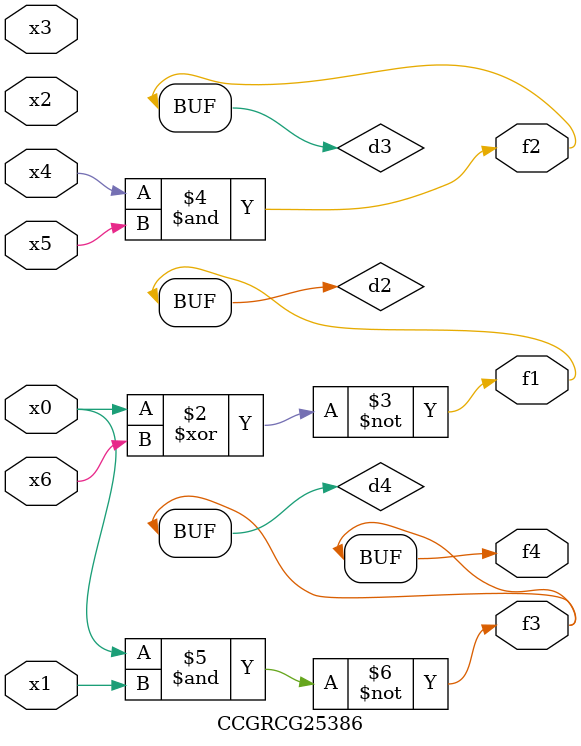
<source format=v>
module CCGRCG25386(
	input x0, x1, x2, x3, x4, x5, x6,
	output f1, f2, f3, f4
);

	wire d1, d2, d3, d4;

	nor (d1, x0);
	xnor (d2, x0, x6);
	and (d3, x4, x5);
	nand (d4, x0, x1);
	assign f1 = d2;
	assign f2 = d3;
	assign f3 = d4;
	assign f4 = d4;
endmodule

</source>
